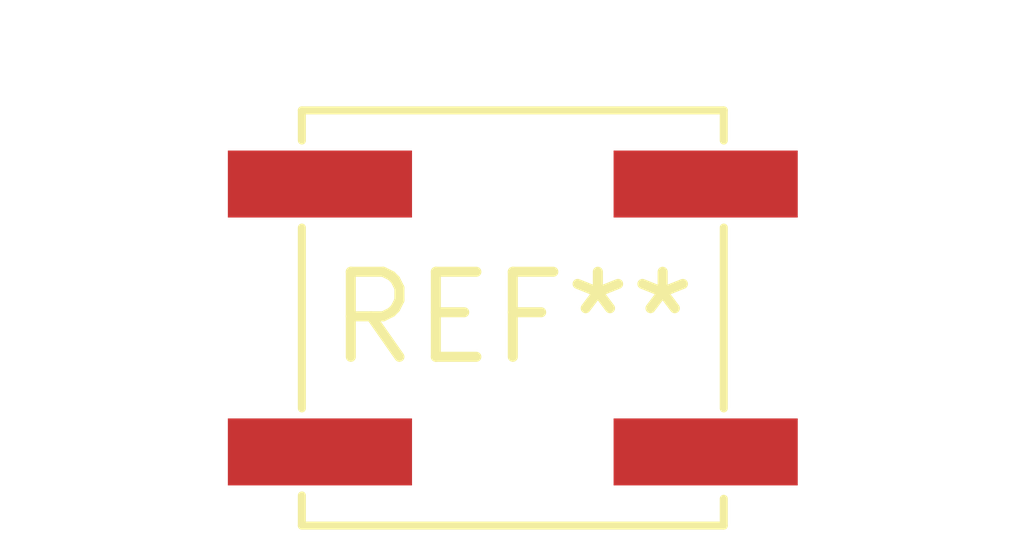
<source format=kicad_pcb>
(kicad_pcb (version 20240108) (generator pcbnew)
  (layers (0 "F.Cu" signal) (31 "B.Cu" signal) (34 "B.Paste" user) (35 "F.Paste" user) (36 "B.SilkS" user "B.Silkscreen") (37 "F.SilkS" user "F.Silkscreen") (38 "B.Mask" user) (39 "F.Mask" user) (44 "Edge.Cuts" user))
  (net 0 "")
  (footprint "SW_SPST_EVPBF" (layer "F.Cu") (at 0 0)
    (property "Reference" "REF**")
    (property "Value" "SW_SPST_EVPBF")
    (fp_line (start -3.15 -3.1) (end 3.15 -3.1) (layer "F.SilkS") (stroke (width 0.12)))
    (fp_line (start -3.15 -2.65) (end -3.15 -3.1) (layer "F.SilkS") (stroke (width 0.12)))
    (fp_line (start -3.15 1.35) (end -3.15 -1.35) (layer "F.SilkS") (stroke (width 0.12)))
    (fp_line (start -3.15 2.65) (end -3.15 3.1) (layer "F.SilkS") (stroke (width 0.12)))
    (fp_line (start -3.15 3.1) (end 3.15 3.1) (layer "F.SilkS") (stroke (width 0.12)))
    (fp_line (start 3.15 -3.1) (end 3.15 -2.65) (layer "F.SilkS") (stroke (width 0.12)))
    (fp_line (start 3.15 -1.35) (end 3.15 1.35) (layer "F.SilkS") (stroke (width 0.12)))
    (fp_line (start 3.15 3.1) (end 3.15 2.7) (layer "F.SilkS") (stroke (width 0.12)))
    (pad "1" smd rect (at -2.88 -2) (size 2.75 1) (layers "F.Cu" "F.Paste" "F.Mask"))
    (pad "1" smd rect (at 2.88 -2) (size 2.75 1) (layers "F.Cu" "F.Paste" "F.Mask"))
    (pad "2" smd rect (at -2.88 2) (size 2.75 1) (layers "F.Cu" "F.Paste" "F.Mask"))
    (pad "2" smd rect (at 2.88 2) (size 2.75 1) (layers "F.Cu" "F.Paste" "F.Mask"))
  )
)
</source>
